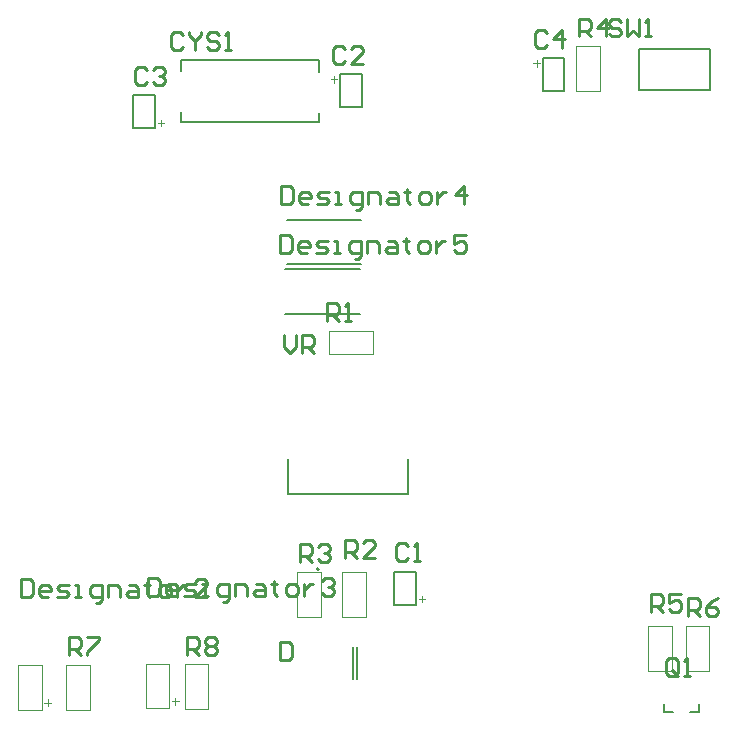
<source format=gto>
G04*
G04 #@! TF.GenerationSoftware,Altium Limited,Altium Designer,22.9.1 (49)*
G04*
G04 Layer_Color=65535*
%FSLAX44Y44*%
%MOMM*%
G71*
G04*
G04 #@! TF.SameCoordinates,248AC2EE-2185-46B6-B0B3-A36349E764D8*
G04*
G04*
G04 #@! TF.FilePolarity,Positive*
G04*
G01*
G75*
%ADD10C,0.2000*%
%ADD11C,0.1270*%
%ADD12C,0.1000*%
%ADD13C,0.2540*%
D10*
X355330Y154760D02*
G03*
X355330Y154760I-1000J0D01*
G01*
X418990Y124810D02*
X436990D01*
Y152810D01*
X418990D02*
X436990D01*
X418990Y124810D02*
Y152810D01*
X387730Y62200D02*
Y89200D01*
X383730Y62200D02*
Y89200D01*
X238510Y532990D02*
X355510D01*
X238510Y585990D02*
X355510D01*
Y575990D02*
Y585990D01*
Y532990D02*
Y540990D01*
X238510Y532990D02*
Y541990D01*
Y576990D02*
Y585990D01*
X198010Y527910D02*
X216010D01*
Y555910D01*
X198010D02*
X216010D01*
X198010Y527910D02*
Y555910D01*
X373270Y574070D02*
X391270D01*
X373270Y546070D02*
Y574070D01*
Y546070D02*
X391270D01*
Y574070D01*
X544720Y587660D02*
X562720D01*
X544720Y559660D02*
Y587660D01*
Y559660D02*
X562720D01*
Y587660D01*
X647544Y33546D02*
Y41030D01*
Y33546D02*
X655280D01*
X669280Y33530D02*
X677280D01*
Y40530D01*
D11*
X326640Y408540D02*
X389640D01*
X326640Y371240D02*
X389640D01*
X327910Y450450D02*
X390910D01*
X327910Y413150D02*
X390910D01*
X328930Y218280D02*
Y248260D01*
Y218280D02*
X430530D01*
Y248260D01*
X686220Y560350D02*
Y595350D01*
X626220D02*
X686220D01*
X626220Y560350D02*
Y595350D01*
Y560350D02*
X686220D01*
D12*
X208440Y36880D02*
X228440D01*
Y74880D01*
X208440D02*
X228440D01*
X208440Y36880D02*
Y74880D01*
X230440Y42880D02*
X236440D01*
X233440Y39880D02*
Y45880D01*
X100490Y35610D02*
X120490D01*
Y73610D01*
X100490D02*
X120490D01*
X100490Y35610D02*
Y73610D01*
X122490Y41610D02*
X128490D01*
X125490Y38610D02*
Y44610D01*
X374810Y152350D02*
X394810D01*
X374810Y114350D02*
Y152350D01*
Y114350D02*
X394810D01*
Y152350D01*
X363270Y336710D02*
Y356710D01*
Y336710D02*
X401270D01*
Y356710D01*
X363270D02*
X401270D01*
X336710Y114350D02*
X356710D01*
Y152350D01*
X336710D02*
X356710D01*
X336710Y114350D02*
Y152350D01*
X572930Y559550D02*
X592930D01*
Y597550D01*
X572930D02*
X592930D01*
X572930Y559550D02*
Y597550D01*
X633890Y106630D02*
X653890D01*
X633890Y68630D02*
Y106630D01*
Y68630D02*
X653890D01*
Y106630D01*
X665640Y68630D02*
X685640D01*
Y106630D01*
X665640D02*
X685640D01*
X665640Y68630D02*
Y106630D01*
X141130Y35610D02*
X161130D01*
Y73610D01*
X141130D02*
X161130D01*
X141130Y35610D02*
Y73610D01*
X241460Y36180D02*
X261460D01*
Y74180D01*
X241460D02*
X261460D01*
X241460Y36180D02*
Y74180D01*
X442324Y126810D02*
Y132142D01*
X439658Y129476D02*
X444990D01*
X221344Y529910D02*
Y535242D01*
X218678Y532576D02*
X224010D01*
X367936Y572070D02*
Y566738D01*
X370602Y569404D02*
X365270D01*
X539386Y585660D02*
Y580328D01*
X542052Y582994D02*
X536720D01*
D13*
X321818Y437383D02*
Y422148D01*
X329436D01*
X331975Y424687D01*
Y434844D01*
X329436Y437383D01*
X321818D01*
X344671Y422148D02*
X339592D01*
X337053Y424687D01*
Y429766D01*
X339592Y432305D01*
X344671D01*
X347210Y429766D01*
Y427226D01*
X337053D01*
X352288Y422148D02*
X359906D01*
X362445Y424687D01*
X359906Y427226D01*
X354827D01*
X352288Y429766D01*
X354827Y432305D01*
X362445D01*
X367523Y422148D02*
X372602D01*
X370062D01*
Y432305D01*
X367523D01*
X385298Y417070D02*
X387837D01*
X390376Y419609D01*
Y432305D01*
X382758D01*
X380219Y429766D01*
Y424687D01*
X382758Y422148D01*
X390376D01*
X395454D02*
Y432305D01*
X403072D01*
X405611Y429766D01*
Y422148D01*
X413228Y432305D02*
X418307D01*
X420846Y429766D01*
Y422148D01*
X413228D01*
X410689Y424687D01*
X413228Y427226D01*
X420846D01*
X428464Y434844D02*
Y432305D01*
X425924D01*
X431003D01*
X428464D01*
Y424687D01*
X431003Y422148D01*
X441159D02*
X446238D01*
X448777Y424687D01*
Y429766D01*
X446238Y432305D01*
X441159D01*
X438620Y429766D01*
Y424687D01*
X441159Y422148D01*
X453855Y432305D02*
Y422148D01*
Y427226D01*
X456395Y429766D01*
X458934Y432305D01*
X461473D01*
X479247Y437383D02*
X469090D01*
Y429766D01*
X474169Y432305D01*
X476708D01*
X479247Y429766D01*
Y424687D01*
X476708Y422148D01*
X471629D01*
X469090Y424687D01*
X323088Y479293D02*
Y464058D01*
X330705D01*
X333245Y466597D01*
Y476754D01*
X330705Y479293D01*
X323088D01*
X345941Y464058D02*
X340862D01*
X338323Y466597D01*
Y471675D01*
X340862Y474215D01*
X345941D01*
X348480Y471675D01*
Y469136D01*
X338323D01*
X353558Y464058D02*
X361176D01*
X363715Y466597D01*
X361176Y469136D01*
X356097D01*
X353558Y471675D01*
X356097Y474215D01*
X363715D01*
X368793Y464058D02*
X373872D01*
X371332D01*
Y474215D01*
X368793D01*
X386567Y458980D02*
X389107D01*
X391646Y461519D01*
Y474215D01*
X384028D01*
X381489Y471675D01*
Y466597D01*
X384028Y464058D01*
X391646D01*
X396724D02*
Y474215D01*
X404342D01*
X406881Y471675D01*
Y464058D01*
X414498Y474215D02*
X419577D01*
X422116Y471675D01*
Y464058D01*
X414498D01*
X411959Y466597D01*
X414498Y469136D01*
X422116D01*
X429734Y476754D02*
Y474215D01*
X427194D01*
X432273D01*
X429734D01*
Y466597D01*
X432273Y464058D01*
X442429D02*
X447508D01*
X450047Y466597D01*
Y471675D01*
X447508Y474215D01*
X442429D01*
X439890Y471675D01*
Y466597D01*
X442429Y464058D01*
X455125Y474215D02*
Y464058D01*
Y469136D01*
X457664Y471675D01*
X460204Y474215D01*
X462743D01*
X477978Y464058D02*
Y479293D01*
X470360Y471675D01*
X480517D01*
X210566Y147569D02*
Y132334D01*
X218183D01*
X220723Y134873D01*
Y145030D01*
X218183Y147569D01*
X210566D01*
X233419Y132334D02*
X228340D01*
X225801Y134873D01*
Y139951D01*
X228340Y142491D01*
X233419D01*
X235958Y139951D01*
Y137412D01*
X225801D01*
X241036Y132334D02*
X248654D01*
X251193Y134873D01*
X248654Y137412D01*
X243575D01*
X241036Y139951D01*
X243575Y142491D01*
X251193D01*
X256271Y132334D02*
X261350D01*
X258810D01*
Y142491D01*
X256271D01*
X274046Y127256D02*
X276585D01*
X279124Y129795D01*
Y142491D01*
X271506D01*
X268967Y139951D01*
Y134873D01*
X271506Y132334D01*
X279124D01*
X284202D02*
Y142491D01*
X291820D01*
X294359Y139951D01*
Y132334D01*
X301976Y142491D02*
X307055D01*
X309594Y139951D01*
Y132334D01*
X301976D01*
X299437Y134873D01*
X301976Y137412D01*
X309594D01*
X317211Y145030D02*
Y142491D01*
X314672D01*
X319751D01*
X317211D01*
Y134873D01*
X319751Y132334D01*
X329907D02*
X334986D01*
X337525Y134873D01*
Y139951D01*
X334986Y142491D01*
X329907D01*
X327368Y139951D01*
Y134873D01*
X329907Y132334D01*
X342603Y142491D02*
Y132334D01*
Y137412D01*
X345143Y139951D01*
X347682Y142491D01*
X350221D01*
X357838Y145030D02*
X360378Y147569D01*
X365456D01*
X367995Y145030D01*
Y142491D01*
X365456Y139951D01*
X362917D01*
X365456D01*
X367995Y137412D01*
Y134873D01*
X365456Y132334D01*
X360378D01*
X357838Y134873D01*
X102616Y146299D02*
Y131064D01*
X110233D01*
X112773Y133603D01*
Y143760D01*
X110233Y146299D01*
X102616D01*
X125469Y131064D02*
X120390D01*
X117851Y133603D01*
Y138681D01*
X120390Y141221D01*
X125469D01*
X128008Y138681D01*
Y136142D01*
X117851D01*
X133086Y131064D02*
X140704D01*
X143243Y133603D01*
X140704Y136142D01*
X135625D01*
X133086Y138681D01*
X135625Y141221D01*
X143243D01*
X148321Y131064D02*
X153400D01*
X150860D01*
Y141221D01*
X148321D01*
X166096Y125986D02*
X168635D01*
X171174Y128525D01*
Y141221D01*
X163556D01*
X161017Y138681D01*
Y133603D01*
X163556Y131064D01*
X171174D01*
X176252D02*
Y141221D01*
X183870D01*
X186409Y138681D01*
Y131064D01*
X194026Y141221D02*
X199105D01*
X201644Y138681D01*
Y131064D01*
X194026D01*
X191487Y133603D01*
X194026Y136142D01*
X201644D01*
X209261Y143760D02*
Y141221D01*
X206722D01*
X211801D01*
X209261D01*
Y133603D01*
X211801Y131064D01*
X221957D02*
X227036D01*
X229575Y133603D01*
Y138681D01*
X227036Y141221D01*
X221957D01*
X219418Y138681D01*
Y133603D01*
X221957Y131064D01*
X234653Y141221D02*
Y131064D01*
Y136142D01*
X237192Y138681D01*
X239732Y141221D01*
X242271D01*
X260045Y131064D02*
X249888D01*
X260045Y141221D01*
Y143760D01*
X257506Y146299D01*
X252428D01*
X249888Y143760D01*
X376936Y164084D02*
Y179319D01*
X384553D01*
X387093Y176780D01*
Y171702D01*
X384553Y169162D01*
X376936D01*
X382014D02*
X387093Y164084D01*
X402328D02*
X392171D01*
X402328Y174241D01*
Y176780D01*
X399789Y179319D01*
X394710D01*
X392171Y176780D01*
X325374Y353309D02*
Y343152D01*
X330452Y338074D01*
X335531Y343152D01*
Y353309D01*
X340609Y338074D02*
Y353309D01*
X348227D01*
X350766Y350770D01*
Y345691D01*
X348227Y343152D01*
X340609D01*
X345687D02*
X350766Y338074D01*
X430781Y174240D02*
X428242Y176779D01*
X423163D01*
X420624Y174240D01*
Y164083D01*
X423163Y161544D01*
X428242D01*
X430781Y164083D01*
X435859Y161544D02*
X440937D01*
X438398D01*
Y176779D01*
X435859Y174240D01*
X361696Y364744D02*
Y379979D01*
X369314D01*
X371853Y377440D01*
Y372361D01*
X369314Y369822D01*
X361696D01*
X366774D02*
X371853Y364744D01*
X376931D02*
X382009D01*
X379470D01*
Y379979D01*
X376931Y377440D01*
X322072Y93213D02*
Y77978D01*
X329689D01*
X332229Y80517D01*
Y90674D01*
X329689Y93213D01*
X322072D01*
X338836Y160528D02*
Y175763D01*
X346454D01*
X348993Y173224D01*
Y168146D01*
X346454Y165606D01*
X338836D01*
X343914D02*
X348993Y160528D01*
X354071Y173224D02*
X356610Y175763D01*
X361689D01*
X364228Y173224D01*
Y170685D01*
X361689Y168146D01*
X359149D01*
X361689D01*
X364228Y165606D01*
Y163067D01*
X361689Y160528D01*
X356610D01*
X354071Y163067D01*
X575056Y605790D02*
Y621025D01*
X582673D01*
X585213Y618486D01*
Y613408D01*
X582673Y610868D01*
X575056D01*
X580134D02*
X585213Y605790D01*
X597909D02*
Y621025D01*
X590291Y613408D01*
X600448D01*
X240027Y607310D02*
X237488Y609849D01*
X232409D01*
X229870Y607310D01*
Y597153D01*
X232409Y594614D01*
X237488D01*
X240027Y597153D01*
X245105Y609849D02*
Y607310D01*
X250183Y602231D01*
X255262Y607310D01*
Y609849D01*
X250183Y602231D02*
Y594614D01*
X270497Y607310D02*
X267958Y609849D01*
X262879D01*
X260340Y607310D01*
Y604771D01*
X262879Y602231D01*
X267958D01*
X270497Y599692D01*
Y597153D01*
X267958Y594614D01*
X262879D01*
X260340Y597153D01*
X275575Y594614D02*
X280654D01*
X278114D01*
Y609849D01*
X275575Y607310D01*
X209801Y577338D02*
X207262Y579877D01*
X202183D01*
X199644Y577338D01*
Y567181D01*
X202183Y564642D01*
X207262D01*
X209801Y567181D01*
X214879Y577338D02*
X217418Y579877D01*
X222497D01*
X225036Y577338D01*
Y574799D01*
X222497Y572259D01*
X219957D01*
X222497D01*
X225036Y569720D01*
Y567181D01*
X222497Y564642D01*
X217418D01*
X214879Y567181D01*
X376933Y595372D02*
X374394Y597911D01*
X369315D01*
X366776Y595372D01*
Y585215D01*
X369315Y582676D01*
X374394D01*
X376933Y585215D01*
X392168Y582676D02*
X382011D01*
X392168Y592833D01*
Y595372D01*
X389629Y597911D01*
X384550D01*
X382011Y595372D01*
X610613Y618486D02*
X608074Y621025D01*
X602995D01*
X600456Y618486D01*
Y615947D01*
X602995Y613408D01*
X608074D01*
X610613Y610868D01*
Y608329D01*
X608074Y605790D01*
X602995D01*
X600456Y608329D01*
X615691Y621025D02*
Y605790D01*
X620769Y610868D01*
X625848Y605790D01*
Y621025D01*
X630926Y605790D02*
X636004D01*
X633465D01*
Y621025D01*
X630926Y618486D01*
X548383Y609088D02*
X545844Y611627D01*
X540765D01*
X538226Y609088D01*
Y598931D01*
X540765Y596392D01*
X545844D01*
X548383Y598931D01*
X561079Y596392D02*
Y611627D01*
X553461Y604010D01*
X563618D01*
X636016Y118364D02*
Y133599D01*
X643633D01*
X646173Y131060D01*
Y125982D01*
X643633Y123442D01*
X636016D01*
X641094D02*
X646173Y118364D01*
X661408Y133599D02*
X651251D01*
Y125982D01*
X656329Y128521D01*
X658869D01*
X661408Y125982D01*
Y120903D01*
X658869Y118364D01*
X653790D01*
X651251Y120903D01*
X667766Y114808D02*
Y130043D01*
X675384D01*
X677923Y127504D01*
Y122425D01*
X675384Y119886D01*
X667766D01*
X672844D02*
X677923Y114808D01*
X693158Y130043D02*
X688079Y127504D01*
X683001Y122425D01*
Y117347D01*
X685540Y114808D01*
X690619D01*
X693158Y117347D01*
Y119886D01*
X690619Y122425D01*
X683001D01*
X143256Y81788D02*
Y97023D01*
X150873D01*
X153413Y94484D01*
Y89405D01*
X150873Y86866D01*
X143256D01*
X148334D02*
X153413Y81788D01*
X158491Y97023D02*
X168648D01*
Y94484D01*
X158491Y84327D01*
Y81788D01*
X243586Y82296D02*
Y97531D01*
X251203D01*
X253743Y94992D01*
Y89914D01*
X251203Y87374D01*
X243586D01*
X248664D02*
X253743Y82296D01*
X258821Y94992D02*
X261360Y97531D01*
X266439D01*
X268978Y94992D01*
Y92453D01*
X266439Y89914D01*
X268978Y87374D01*
Y84835D01*
X266439Y82296D01*
X261360D01*
X258821Y84835D01*
Y87374D01*
X261360Y89914D01*
X258821Y92453D01*
Y94992D01*
X261360Y89914D02*
X266439D01*
X659127Y66801D02*
Y76958D01*
X656588Y79497D01*
X651509D01*
X648970Y76958D01*
Y66801D01*
X651509Y64262D01*
X656588D01*
X654048Y69340D02*
X659127Y64262D01*
X656588D02*
X659127Y66801D01*
X664205Y64262D02*
X669283D01*
X666744D01*
Y79497D01*
X664205Y76958D01*
M02*

</source>
